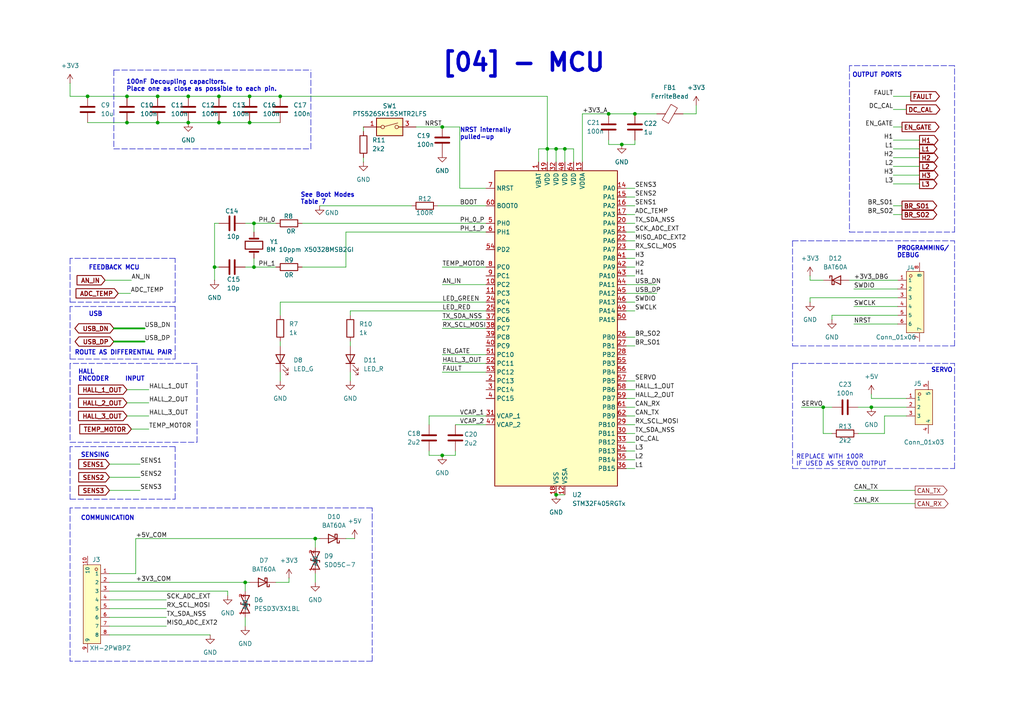
<source format=kicad_sch>
(kicad_sch (version 20250114) (generator "eeschema") (generator_version "9.0")
  (paper "A4")
  (lib_symbols
    (symbol "DF_ESC_rev01_1:Conn_01x08_2mnt"
      (property "Reference" "J" (at 5.08 -0.762 0))
      (property "Value" "Conn_01x08_2mnt" (at 12.954 -2.794 0))
      (symbol "Conn_01x08_2mnt_0_1"
        (pin unspecified line (at -3.81 1.27 0) (length 2.54) (name "1") (number "1"))
        (pin unspecified line (at -3.81 -1.27 0) (length 2.54) (name "2") (number "2"))
        (pin unspecified line (at -3.81 -3.81 0) (length 2.54) (name "3") (number "3"))
        (pin unspecified line (at -3.81 -6.35 0) (length 2.54) (name "4") (number "4"))
        (pin unspecified line (at -3.81 -8.89 0) (length 2.54) (name "5") (number "5"))
        (pin unspecified line (at -3.81 -11.43 0) (length 2.54) (name "6") (number "6"))
        (pin unspecified line (at -3.81 -13.97 0) (length 2.54) (name "7") (number "7"))
        (pin unspecified line (at -3.81 -16.51 0) (length 2.54) (name "8") (number "8"))
        (pin unspecified line (at 2.54 6.35 270) (length 2.54) (name "10") (number "10"))
        (pin unspecified line (at 2.54 -21.59 90) (length 2.54) (name "9") (number "9"))
      )
    )
    (symbol "DF_ESC_rev01_1:PESD3V3X1BL,315"
      (property "Reference" "D" (at 0 3.556 0))
      (property "Value" "PESD3V3X1BL" (at 0 -3.048 0))
      (symbol "PESD3V3X1BL,315_1_1"
        (pin passive line (at -3.81 0 0) (length 2.54) (name "A1") (number "1"))
        (pin passive line (at 3.81 0 180) (length 2.54) (name "A2") (number "2"))
      )
    )
    (symbol "DF_ESC_rev01_1:SD05D-7"
      (property "Reference" "D" (at 0 2.794 0))
      (property "Value" "SD05C-7" (at 0 -2.54 0))
      (symbol "SD05D-7_1_1"
        (pin passive line (at -3.81 0 0) (length 2.54) (name "A1") (number "1"))
        (pin passive line (at 3.81 0 180) (length 2.54) (name "A2") (number "2"))
      )
    )
    (symbol "Device:C" (pin_numbers (hide yes)) (pin_names (offset 0.254))
      (property "Reference" "C" (at 0.635 2.54 0))
      (property "Value" "C" (at 0.635 -2.54 0))
      (symbol "C_1_1"
        (pin passive line (at 0 3.81 270) (length 2.794) (name "~") (number "1"))
        (pin passive line (at 0 -3.81 90) (length 2.794) (name "~") (number "2"))
      )
    )
    (symbol "Device:Crystal" (pin_numbers (hide yes)) (pin_names (offset 1.016) (hide yes))
      (property "Reference" "Y" (at 0 3.81 0))
      (property "Value" "Crystal" (at 0 -3.81 0))
      (symbol "Crystal_1_1"
        (pin passive line (at -3.81 0 0) (length 1.27) (name "1") (number "1"))
        (pin passive line (at 3.81 0 180) (length 1.27) (name "2") (number "2"))
      )
    )
    (symbol "Device:FerriteBead" (pin_numbers (hide yes)) (pin_names (offset 0))
      (property "Reference" "FB" (at -3.81 0.635 90))
      (property "Value" "FerriteBead" (at 3.81 0 90))
      (symbol "FerriteBead_1_1"
        (pin passive line (at 0 3.81 270) (length 2.54) (name "~") (number "1"))
        (pin passive line (at 0 -3.81 90) (length 2.54) (name "~") (number "2"))
      )
    )
    (symbol "Device:LED" (pin_numbers (hide yes)) (pin_names (offset 1.016) (hide yes))
      (property "Reference" "D" (at 0 2.54 0))
      (property "Value" "LED" (at 0 -2.54 0))
      (symbol "LED_1_1"
        (pin passive line (at -3.81 0 0) (length 2.54) (name "K") (number "1"))
        (pin passive line (at 3.81 0 180) (length 2.54) (name "A") (number "2"))
      )
    )
    (symbol "Device:R" (pin_numbers (hide yes)) (pin_names (offset 0))
      (property "Reference" "R" (at 2.032 0 90))
      (property "Value" "R" (at 0 0 90))
      (symbol "R_1_1"
        (pin passive line (at 0 3.81 270) (length 1.27) (name "~") (number "1"))
        (pin passive line (at 0 -3.81 90) (length 1.27) (name "~") (number "2"))
      )
    )
    (symbol "Diode:BAT60A" (pin_numbers (hide yes)) (pin_names (offset 1.016) (hide yes))
      (property "Reference" "D" (at 0 2.54 0))
      (property "Value" "BAT60A" (at 0 -2.54 0))
      (symbol "BAT60A_1_1"
        (pin passive line (at -3.81 0 0) (length 2.54) (name "K") (number "1"))
        (pin passive line (at 3.81 0 180) (length 2.54) (name "A") (number "2"))
      )
    )
    (symbol "MCU_ST_STM32F4:STM32F405RGTx"
      (property "Reference" "U" (at -17.78 46.99 0))
      (property "Value" "STM32F405RGTx" (at 10.16 46.99 0))
      (symbol "STM32F405RGTx_1_1"
        (pin input line (at -20.32 40.64 0) (length 2.54) (name "NRST") (number "7"))
        (pin input line (at -20.32 35.56 0) (length 2.54) (name "BOOT0") (number "60"))
        (pin bidirectional line (at -20.32 30.48 0) (length 2.54) (name "PH0") (number "5"))
        (pin bidirectional line (at -20.32 27.94 0) (length 2.54) (name "PH1") (number "6"))
        (pin bidirectional line (at -20.32 22.86 0) (length 2.54) (name "PD2") (number "54"))
        (pin bidirectional line (at -20.32 17.78 0) (length 2.54) (name "PC0") (number "8"))
        (pin bidirectional line (at -20.32 15.24 0) (length 2.54) (name "PC1") (number "9"))
        (pin bidirectional line (at -20.32 12.7 0) (length 2.54) (name "PC2") (number "10"))
        (pin bidirectional line (at -20.32 10.16 0) (length 2.54) (name "PC3") (number "11"))
        (pin bidirectional line (at -20.32 7.62 0) (length 2.54) (name "PC4") (number "24"))
        (pin bidirectional line (at -20.32 5.08 0) (length 2.54) (name "PC5") (number "25"))
        (pin bidirectional line (at -20.32 2.54 0) (length 2.54) (name "PC6") (number "37"))
        (pin bidirectional line (at -20.32 0 0) (length 2.54) (name "PC7") (number "38"))
        (pin bidirectional line (at -20.32 -2.54 0) (length 2.54) (name "PC8") (number "39"))
        (pin bidirectional line (at -20.32 -5.08 0) (length 2.54) (name "PC9") (number "40"))
        (pin bidirectional line (at -20.32 -7.62 0) (length 2.54) (name "PC10") (number "51"))
        (pin bidirectional line (at -20.32 -10.16 0) (length 2.54) (name "PC11") (number "52"))
        (pin bidirectional line (at -20.32 -12.7 0) (length 2.54) (name "PC12") (number "53"))
        (pin bidirectional line (at -20.32 -15.24 0) (length 2.54) (name "PC13") (number "2"))
        (pin bidirectional line (at -20.32 -17.78 0) (length 2.54) (name "PC14") (number "3"))
        (pin bidirectional line (at -20.32 -20.32 0) (length 2.54) (name "PC15") (number "4"))
        (pin power_out line (at -20.32 -25.4 0) (length 2.54) (name "VCAP_1") (number "31"))
        (pin power_out line (at -20.32 -27.94 0) (length 2.54) (name "VCAP_2") (number "47"))
        (pin power_in line (at -5.08 48.26 270) (length 2.54) (name "VBAT") (number "1"))
        (pin power_in line (at -2.54 48.26 270) (length 2.54) (name "VDD") (number "19"))
        (pin power_in line (at 0 48.26 270) (length 2.54) (name "VDD") (number "32"))
        (pin power_in line (at 0 -48.26 90) (length 2.54) (name "VSS") (number "18"))
        (pin passive line (at 0 -48.26 90) (length 2.54) (hide yes) (name "VSS") (number "63"))
        (pin power_in line (at 2.54 48.26 270) (length 2.54) (name "VDD") (number "48"))
        (pin power_in line (at 2.54 -48.26 90) (length 2.54) (name "VSSA") (number "12"))
        (pin power_in line (at 5.08 48.26 270) (length 2.54) (name "VDD") (number "64"))
        (pin power_in line (at 7.62 48.26 270) (length 2.54) (name "VDDA") (number "13"))
        (pin bidirectional line (at 20.32 40.64 180) (length 2.54) (name "PA0") (number "14"))
        (pin bidirectional line (at 20.32 38.1 180) (length 2.54) (name "PA1") (number "15"))
        (pin bidirectional line (at 20.32 35.56 180) (length 2.54) (name "PA2") (number "16"))
        (pin bidirectional line (at 20.32 33.02 180) (length 2.54) (name "PA3") (number "17"))
        (pin bidirectional line (at 20.32 30.48 180) (length 2.54) (name "PA4") (number "20"))
        (pin bidirectional line (at 20.32 27.94 180) (length 2.54) (name "PA5") (number "21"))
        (pin bidirectional line (at 20.32 25.4 180) (length 2.54) (name "PA6") (number "22"))
        (pin bidirectional line (at 20.32 22.86 180) (length 2.54) (name "PA7") (number "23"))
        (pin bidirectional line (at 20.32 20.32 180) (length 2.54) (name "PA8") (number "41"))
        (pin bidirectional line (at 20.32 17.78 180) (length 2.54) (name "PA9") (number "42"))
        (pin bidirectional line (at 20.32 15.24 180) (length 2.54) (name "PA10") (number "43"))
        (pin bidirectional line (at 20.32 12.7 180) (length 2.54) (name "PA11") (number "44"))
        (pin bidirectional line (at 20.32 10.16 180) (length 2.54) (name "PA12") (number "45"))
        (pin bidirectional line (at 20.32 7.62 180) (length 2.54) (name "PA13") (number "46"))
        (pin bidirectional line (at 20.32 5.08 180) (length 2.54) (name "PA14") (number "49"))
        (pin bidirectional line (at 20.32 2.54 180) (length 2.54) (name "PA15") (number "50"))
        (pin bidirectional line (at 20.32 -2.54 180) (length 2.54) (name "PB0") (number "26"))
        (pin bidirectional line (at 20.32 -5.08 180) (length 2.54) (name "PB1") (number "27"))
        (pin bidirectional line (at 20.32 -7.62 180) (length 2.54) (name "PB2") (number "28"))
        (pin bidirectional line (at 20.32 -10.16 180) (length 2.54) (name "PB3") (number "55"))
        (pin bidirectional line (at 20.32 -12.7 180) (length 2.54) (name "PB4") (number "56"))
        (pin bidirectional line (at 20.32 -15.24 180) (length 2.54) (name "PB5") (number "57"))
        (pin bidirectional line (at 20.32 -17.78 180) (length 2.54) (name "PB6") (number "58"))
        (pin bidirectional line (at 20.32 -20.32 180) (length 2.54) (name "PB7") (number "59"))
        (pin bidirectional line (at 20.32 -22.86 180) (length 2.54) (name "PB8") (number "61"))
        (pin bidirectional line (at 20.32 -25.4 180) (length 2.54) (name "PB9") (number "62"))
        (pin bidirectional line (at 20.32 -27.94 180) (length 2.54) (name "PB10") (number "29"))
        (pin bidirectional line (at 20.32 -30.48 180) (length 2.54) (name "PB11") (number "30"))
        (pin bidirectional line (at 20.32 -33.02 180) (length 2.54) (name "PB12") (number "33"))
        (pin bidirectional line (at 20.32 -35.56 180) (length 2.54) (name "PB13") (number "34"))
        (pin bidirectional line (at 20.32 -38.1 180) (length 2.54) (name "PB14") (number "35"))
        (pin bidirectional line (at 20.32 -40.64 180) (length 2.54) (name "PB15") (number "36"))
      )
    )
    (symbol "PUSB3AB6Z:Conn_01x03_2mnt"
      (property "Reference" "J" (at 5.08 -0.762 0))
      (property "Value" "Conn_01x03_2mnt" (at 12.954 -2.794 0))
      (symbol "Conn_01x03_2mnt_0_1"
        (pin unspecified line (at -3.81 1.27 0) (length 2.54) (name "1") (number "1"))
        (pin unspecified line (at -3.81 -1.27 0) (length 2.54) (name "2") (number "2"))
        (pin unspecified line (at -3.81 -3.81 0) (length 2.54) (name "3") (number "3"))
        (pin unspecified line (at 2.54 6.35 270) (length 2.54) (name "5") (number "5"))
        (pin unspecified line (at 2.54 -8.89 90) (length 2.54) (name "4") (number "4"))
      )
    )
    (symbol "PUSB3AB6Z:SW_DIP_x01_4pin" (pin_names (offset 0) (hide yes))
      (property "Reference" "SW" (at 0 3.81 0))
      (property "Value" "SW_DIP_x01_4pin" (at 0 -3.81 0))
      (symbol "SW_DIP_x01_4pin_1_1"
        (pin passive line (at -7.62 0 0) (length 5.08) (name "~") (number "1"))
        (pin passive line (at -7.62 0 0) (length 5.08) (hide yes) (name "~") (number "2"))
        (pin passive line (at 7.62 0 180) (length 5.08) (name "~") (number "3"))
        (pin passive line (at 7.62 0 180) (length 5.08) (hide yes) (name "~") (number "4"))
      )
    )
    (symbol "XH-2PWBPZ:Conn_01x06_2mnt"
      (property "Reference" "U" (at 5.08 -0.762 0))
      (property "Value" "Conn_01x04_2mnt" (at 12.954 -2.794 0))
      (symbol "Conn_01x06_2mnt_0_1"
        (pin unspecified line (at -3.81 1.27 0) (length 2.54) (name "1") (number "1"))
        (pin unspecified line (at -3.81 -1.27 0) (length 2.54) (name "2") (number "2"))
        (pin unspecified line (at -3.81 -3.81 0) (length 2.54) (name "3") (number "3"))
        (pin unspecified line (at -3.81 -6.35 0) (length 2.54) (name "4") (number "4"))
        (pin unspecified line (at -3.81 -8.89 0) (length 2.54) (name "5") (number "5"))
        (pin unspecified line (at -3.81 -11.43 0) (length 2.54) (name "6") (number "6"))
        (pin unspecified line (at 2.54 6.35 270) (length 2.54) (name "8") (number "8"))
        (pin unspecified line (at 2.54 -16.51 90) (length 2.54) (name "7") (number "7"))
      )
    )
    (symbol "power:+3V3" (power) (pin_numbers (hide yes)) (pin_names (offset 0) (hide yes))
      (property "Value" "+3V3" (at 0 3.556 0))
      (symbol "+3V3_1_1"
        (pin power_in line (at 0 0 90) (length 0) (name "~") (number "1"))
      )
    )
    (symbol "power:+5V" (power) (pin_numbers (hide yes)) (pin_names (offset 0) (hide yes))
      (property "Value" "+5V" (at 0 3.556 0))
      (symbol "+5V_1_1"
        (pin power_in line (at 0 0 90) (length 0) (name "~") (number "1"))
      )
    )
    (symbol "power:GND" (power) (pin_numbers (hide yes)) (pin_names (offset 0) (hide yes))
      (property "Value" "GND" (at 0 -3.81 0))
      (symbol "GND_1_1"
        (pin power_in line (at 0 0 270) (length 0) (name "~") (number "1"))
      )
    )
  )
  (text "OUTPUT PORTS" (at 247.142 21.844 0) (effects (font (size 1.27 1.27) (thickness 0.254) (bold yes)) (justify left)))
  (text "100nF Decoupling capacitors.\nPlace one as close as possible to each pin." (at 36.576 24.892 0) (effects (font (size 1.27 1.27) (thickness 0.254) (bold yes)) (justify left)))
  (text "NRST internally\npulled-up" (at 133.35 38.862 0) (effects (font (size 1.27 1.27) (thickness 0.254) (bold yes)) (justify left)))
  (text "REPLACE WITH 100R\nIF USED AS SERVO OUTPUT" (at 230.886 133.604 0) (effects (font (size 1.27 1.27) (thickness 0.1588)) (justify left)))
  (text "[04] - MCU" (at 151.892 18.288 0) (effects (font (size 5.08 5.08) (thickness 1.016) (bold yes))))
  (text "SERVO" (at 270.002 107.442 0) (effects (font (size 1.27 1.27) (thickness 0.254) (bold yes)) (justify left)))
  (text "See Boot Modes\nTable 7" (at 87.122 57.658 0) (effects (font (size 1.27 1.27) (thickness 0.254) (bold yes)) (justify left)))
  (text "USB" (at 25.654 91.186 0) (effects (font (size 1.27 1.27) (thickness 0.254) (bold yes)) (justify left)))
  (text "COMMUNICATION" (at 23.368 150.368 0) (effects (font (size 1.27 1.27) (thickness 0.254) (bold yes)) (justify left)))
  (text "SENSING" (at 23.368 132.08 0) (effects (font (size 1.27 1.27) (thickness 0.254) (bold yes)) (justify left)))
  (text "FEEDBACK MCU" (at 25.654 77.724 0) (effects (font (size 1.27 1.27) (thickness 0.254) (bold yes)) (justify left)))
  (text "HALL\nENCODER     INPUT\n\n" (at 22.606 109.982 0) (effects (font (size 1.27 1.27) (thickness 0.254) (bold yes)) (justify left)))
  (text "PROGRAMMING/\nDEBUG" (at 260.096 73.152 0) (effects (font (size 1.27 1.27) (thickness 0.254) (bold yes)) (justify left)))
  (text "ROUTE AS DIFFERENTIAL PAIR" (at 21.59 102.362 0) (effects (font (size 1.27 1.27) (thickness 0.254) (bold yes)) (justify left)))
  (junction (at 176.53 33.02))
  (junction (at 63.5 35.56))
  (junction (at 45.72 35.56))
  (junction (at 72.39 27.94))
  (junction (at 72.39 35.56))
  (junction (at 73.66 64.77))
  (junction (at 81.28 27.94))
  (junction (at 91.44 156.21))
  (junction (at 73.66 77.47))
  (junction (at 163.83 43.18))
  (junction (at 180.34 41.91))
  (junction (at 63.5 27.94))
  (junction (at 25.4 27.94))
  (junction (at 54.61 27.94))
  (junction (at 161.29 43.18))
  (junction (at 45.72 27.94))
  (junction (at 161.29 143.51))
  (junction (at 71.12 168.91))
  (junction (at 36.83 27.94))
  (junction (at 184.15 33.02))
  (junction (at 238.76 118.11))
  (junction (at 128.27 132.08))
  (junction (at 252.73 118.11))
  (junction (at 158.75 43.18))
  (junction (at 54.61 35.56))
  (junction (at 128.27 36.83))
  (junction (at 62.23 77.47))
  (junction (at 36.83 35.56))
  (wire (pts (xy 158.75 27.94) (xy 158.75 43.18)))
  (wire (pts (xy 25.4 35.56) (xy 36.83 35.56)))
  (polyline (pts (xy 229.87 135.89) (xy 276.86 135.89)) (stroke (width 0) (type dash)))
  (wire (pts (xy 140.97 67.31) (xy 100.33 67.31)))
  (wire (pts (xy 184.15 41.91) (xy 180.34 41.91)))
  (wire (pts (xy 266.7 45.72) (xy 259.08 45.72)))
  (wire (pts (xy 247.65 146.05) (xy 265.43 146.05)))
  (polyline (pts (xy 20.32 128.27) (xy 57.15 128.27)) (stroke (width 0) (type dash)))
  (wire (pts (xy 128.27 105.41) (xy 140.97 105.41)))
  (wire (pts (xy 39.37 156.21) (xy 91.44 156.21)))
  (wire (pts (xy 266.7 53.34) (xy 259.08 53.34)))
  (wire (pts (xy 184.15 130.81) (xy 181.61 130.81)))
  (wire (pts (xy 62.23 64.77) (xy 62.23 77.47)))
  (wire (pts (xy 71.12 64.77) (xy 73.66 64.77)))
  (wire (pts (xy 62.23 77.47) (xy 63.5 77.47)))
  (polyline (pts (xy 229.87 69.85) (xy 229.87 100.33)) (stroke (width 0) (type dash)))
  (polyline (pts (xy 20.32 104.14) (xy 50.8 104.14)) (stroke (width 0) (type dash)))
  (wire (pts (xy 248.92 118.11) (xy 252.73 118.11)))
  (wire (pts (xy 20.32 24.13) (xy 20.32 27.94)))
  (polyline (pts (xy 90.17 43.18) (xy 90.17 20.32)) (stroke (width 0) (type dash)))
  (wire (pts (xy 31.75 179.07) (xy 48.26 179.07)))
  (wire (pts (xy 31.75 184.15) (xy 60.96 184.15)))
  (wire (pts (xy 39.37 166.37) (xy 31.75 166.37)))
  (wire (pts (xy 128.27 77.47) (xy 140.97 77.47)))
  (polyline (pts (xy 50.8 129.54) (xy 20.32 129.54)) (stroke (width 0) (type dash)))
  (wire (pts (xy 73.66 77.47) (xy 80.01 77.47)))
  (wire (pts (xy 36.83 35.56) (xy 45.72 35.56)))
  (wire (pts (xy 176.53 33.02) (xy 184.15 33.02)))
  (wire (pts (xy 256.54 125.73) (xy 256.54 120.65)))
  (wire (pts (xy 81.28 107.95) (xy 81.28 110.49)))
  (wire (pts (xy 241.3 92.71) (xy 241.3 91.44)))
  (wire (pts (xy 105.41 36.83) (xy 105.41 38.1)))
  (wire (pts (xy 246.38 81.28) (xy 260.35 81.28)))
  (polyline (pts (xy 57.15 128.27) (xy 57.15 105.41)) (stroke (width 0) (type dash)))
  (wire (pts (xy 181.61 82.55) (xy 190.5 82.55)))
  (wire (pts (xy 158.75 43.18) (xy 161.29 43.18)))
  (wire (pts (xy 71.12 168.91) (xy 72.39 168.91)))
  (wire (pts (xy 37.8874 85.09) (xy 34.29 85.09)))
  (wire (pts (xy 184.15 123.19) (xy 181.61 123.19)))
  (wire (pts (xy 101.6 99.06) (xy 101.6 100.33)))
  (wire (pts (xy 128.27 36.83) (xy 133.35 36.83)))
  (wire (pts (xy 256.54 120.65) (xy 262.89 120.65)))
  (wire (pts (xy 184.15 54.61) (xy 181.61 54.61)))
  (wire (pts (xy 73.66 64.77) (xy 80.01 64.77)))
  (wire (pts (xy 39.37 156.21) (xy 39.37 166.37)))
  (polyline (pts (xy 276.86 67.31) (xy 276.86 19.05)) (stroke (width 0) (type dash)))
  (polyline (pts (xy 33.02 20.32) (xy 33.02 43.18)) (stroke (width 0) (type dash)))
  (wire (pts (xy 71.12 179.07) (xy 71.12 181.61)))
  (wire (pts (xy 54.61 35.56) (xy 63.5 35.56)))
  (wire (pts (xy 45.72 27.94) (xy 54.61 27.94)))
  (wire (pts (xy 176.53 41.91) (xy 180.34 41.91)))
  (wire (pts (xy 161.29 43.18) (xy 161.29 46.99)))
  (wire (pts (xy 261.62 62.23) (xy 259.08 62.23)))
  (polyline (pts (xy 50.8 104.14) (xy 50.8 88.9)) (stroke (width 0) (type dash)))
  (wire (pts (xy 128.27 95.25) (xy 140.97 95.25)))
  (polyline (pts (xy 50.8 144.78) (xy 50.8 129.54)) (stroke (width 0) (type dash)))
  (wire (pts (xy 43.18 120.65) (xy 36.83 120.65)))
  (wire (pts (xy 33.02 99.06) (xy 41.91 99.06)) (stroke (width 0.5)))
  (wire (pts (xy 62.23 77.47) (xy 62.23 81.28)))
  (wire (pts (xy 91.44 156.21) (xy 92.71 156.21)))
  (wire (pts (xy 184.15 128.27) (xy 181.61 128.27)))
  (wire (pts (xy 48.26 181.61) (xy 31.75 181.61)))
  (wire (pts (xy 43.18 124.46) (xy 38.1 124.46)))
  (wire (pts (xy 241.3 91.44) (xy 260.35 91.44)))
  (polyline (pts (xy 20.32 129.54) (xy 20.32 144.78)) (stroke (width 0) (type dash)))
  (wire (pts (xy 248.92 125.73) (xy 256.54 125.73)))
  (wire (pts (xy 43.18 113.03) (xy 36.83 113.03)))
  (polyline (pts (xy 20.32 144.78) (xy 50.8 144.78)) (stroke (width 0) (type dash)))
  (wire (pts (xy 128.27 107.95) (xy 140.97 107.95)))
  (wire (pts (xy 184.15 118.11) (xy 181.61 118.11)))
  (wire (pts (xy 81.28 27.94) (xy 158.75 27.94)))
  (wire (pts (xy 71.12 168.91) (xy 71.12 171.45)))
  (wire (pts (xy 184.15 90.17) (xy 181.61 90.17)))
  (wire (pts (xy 54.61 27.94) (xy 63.5 27.94)))
  (wire (pts (xy 238.76 118.11) (xy 241.3 118.11)))
  (wire (pts (xy 161.29 43.18) (xy 163.83 43.18)))
  (wire (pts (xy 176.53 40.64) (xy 176.53 41.91)))
  (wire (pts (xy 198.12 33.02) (xy 201.93 33.02)))
  (wire (pts (xy 184.15 135.89) (xy 181.61 135.89)))
  (wire (pts (xy 25.4 27.94) (xy 36.83 27.94)))
  (wire (pts (xy 101.6 107.95) (xy 101.6 110.49)))
  (wire (pts (xy 100.33 156.21) (xy 102.87 156.21)))
  (wire (pts (xy 92.71 59.69) (xy 119.38 59.69)))
  (wire (pts (xy 43.18 116.84) (xy 36.83 116.84)))
  (wire (pts (xy 62.23 64.77) (xy 63.5 64.77)))
  (wire (pts (xy 133.35 36.83) (xy 133.35 54.61)))
  (wire (pts (xy 201.93 30.48) (xy 201.93 33.02)))
  (wire (pts (xy 234.95 80.01) (xy 234.95 81.28)))
  (wire (pts (xy 184.15 97.79) (xy 181.61 97.79)))
  (wire (pts (xy 63.5 35.56) (xy 72.39 35.56)))
  (wire (pts (xy 252.73 114.3) (xy 252.73 115.57)))
  (wire (pts (xy 124.46 120.65) (xy 140.97 120.65)))
  (wire (pts (xy 132.08 130.81) (xy 132.08 132.08)))
  (polyline (pts (xy 33.02 20.32) (xy 90.17 20.32)) (stroke (width 0) (type dash)))
  (polyline (pts (xy 50.8 87.63) (xy 50.8 74.93)) (stroke (width 0) (type dash)))
  (wire (pts (xy 184.15 80.01) (xy 181.61 80.01)))
  (polyline (pts (xy 276.86 19.05) (xy 246.38 19.05)) (stroke (width 0) (type dash)))
  (wire (pts (xy 48.26 173.99) (xy 31.75 173.99)))
  (polyline (pts (xy 50.8 74.93) (xy 20.32 74.93)) (stroke (width 0) (type dash)))
  (wire (pts (xy 234.95 86.36) (xy 260.35 86.36)))
  (wire (pts (xy 247.65 83.82) (xy 260.35 83.82)))
  (wire (pts (xy 80.01 168.91) (xy 83.82 168.91)))
  (polyline (pts (xy 20.32 88.9) (xy 20.32 104.14)) (stroke (width 0) (type dash)))
  (polyline (pts (xy 107.95 191.77) (xy 20.32 191.77)) (stroke (width 0) (type dash)))
  (wire (pts (xy 31.75 171.45) (xy 66.04 171.45)))
  (wire (pts (xy 87.63 64.77) (xy 140.97 64.77)))
  (wire (pts (xy 184.15 64.77) (xy 181.61 64.77)))
  (polyline (pts (xy 33.02 43.18) (xy 90.17 43.18)) (stroke (width 0) (type dash)))
  (wire (pts (xy 266.7 43.18) (xy 259.08 43.18)))
  (wire (pts (xy 247.65 142.24) (xy 265.43 142.24)))
  (wire (pts (xy 31.75 134.62) (xy 40.64 134.62)))
  (wire (pts (xy 163.83 43.18) (xy 166.37 43.18)))
  (polyline (pts (xy 57.15 105.41) (xy 20.32 105.41)) (stroke (width 0) (type dash)))
  (wire (pts (xy 184.15 67.31) (xy 181.61 67.31)))
  (wire (pts (xy 168.91 33.02) (xy 176.53 33.02)))
  (wire (pts (xy 156.21 43.18) (xy 158.75 43.18)))
  (wire (pts (xy 120.65 36.83) (xy 128.27 36.83)))
  (wire (pts (xy 184.15 72.39) (xy 181.61 72.39)))
  (polyline (pts (xy 229.87 105.41) (xy 229.87 135.89)) (stroke (width 0) (type dash)))
  (wire (pts (xy 184.15 115.57) (xy 181.61 115.57)))
  (wire (pts (xy 184.15 57.15) (xy 181.61 57.15)))
  (wire (pts (xy 128.27 102.87) (xy 140.97 102.87)))
  (wire (pts (xy 168.91 33.02) (xy 168.91 46.99)))
  (wire (pts (xy 184.15 40.64) (xy 184.15 41.91)))
  (wire (pts (xy 184.15 133.35) (xy 181.61 133.35)))
  (wire (pts (xy 252.73 118.11) (xy 262.89 118.11)))
  (polyline (pts (xy 276.86 100.33) (xy 276.86 69.85)) (stroke (width 0) (type dash)))
  (wire (pts (xy 105.41 45.72) (xy 105.41 46.99)))
  (wire (pts (xy 184.15 59.69) (xy 181.61 59.69)))
  (wire (pts (xy 124.46 123.19) (xy 124.46 120.65)))
  (wire (pts (xy 133.35 54.61) (xy 140.97 54.61)))
  (wire (pts (xy 184.15 69.85) (xy 181.61 69.85)))
  (polyline (pts (xy 20.32 147.32) (xy 20.32 191.77)) (stroke (width 0) (type dash)))
  (wire (pts (xy 266.7 48.26) (xy 259.08 48.26)))
  (wire (pts (xy 31.75 142.24) (xy 40.64 142.24)))
  (wire (pts (xy 73.66 74.93) (xy 73.66 77.47)))
  (wire (pts (xy 31.75 168.91) (xy 71.12 168.91)))
  (wire (pts (xy 184.15 33.02) (xy 190.5 33.02)))
  (wire (pts (xy 184.15 110.49) (xy 181.61 110.49)))
  (wire (pts (xy 36.83 27.94) (xy 45.72 27.94)))
  (wire (pts (xy 161.29 143.51) (xy 163.83 143.51)))
  (wire (pts (xy 128.27 82.55) (xy 140.97 82.55)))
  (wire (pts (xy 132.08 132.08) (xy 128.27 132.08)))
  (polyline (pts (xy 246.38 19.05) (xy 246.38 67.31)) (stroke (width 0) (type dash)))
  (wire (pts (xy 262.89 31.75) (xy 259.08 31.75)))
  (wire (pts (xy 158.75 43.18) (xy 158.75 46.99)))
  (wire (pts (xy 45.72 35.56) (xy 54.61 35.56)))
  (wire (pts (xy 100.33 67.31) (xy 100.33 77.47)))
  (wire (pts (xy 72.39 27.94) (xy 81.28 27.94)))
  (wire (pts (xy 72.39 35.56) (xy 81.28 35.56)))
  (wire (pts (xy 184.15 87.63) (xy 181.61 87.63)))
  (wire (pts (xy 31.75 138.43) (xy 40.64 138.43)))
  (wire (pts (xy 184.15 113.03) (xy 181.61 113.03)))
  (wire (pts (xy 261.62 59.69) (xy 259.08 59.69)))
  (wire (pts (xy 238.76 125.73) (xy 238.76 118.11)))
  (wire (pts (xy 81.28 87.63) (xy 140.97 87.63)))
  (wire (pts (xy 234.95 81.28) (xy 238.76 81.28)))
  (wire (pts (xy 247.65 93.98) (xy 260.35 93.98)))
  (wire (pts (xy 71.12 77.47) (xy 73.66 77.47)))
  (wire (pts (xy 101.6 91.44) (xy 101.6 90.17)))
  (wire (pts (xy 261.62 36.83) (xy 259.08 36.83)))
  (polyline (pts (xy 20.32 87.63) (xy 50.8 87.63)) (stroke (width 0) (type dash)))
  (wire (pts (xy 184.15 62.23) (xy 181.61 62.23)))
  (wire (pts (xy 83.82 168.91) (xy 83.82 167.64)))
  (wire (pts (xy 241.3 125.73) (xy 238.76 125.73)))
  (wire (pts (xy 100.33 77.47) (xy 87.63 77.47)))
  (wire (pts (xy 184.15 120.65) (xy 181.61 120.65)))
  (wire (pts (xy 20.32 27.94) (xy 25.4 27.94)))
  (wire (pts (xy 33.02 95.25) (xy 41.91 95.25)) (stroke (width 0.5)))
  (wire (pts (xy 184.15 125.73) (xy 181.61 125.73)))
  (wire (pts (xy 63.5 27.94) (xy 72.39 27.94)))
  (wire (pts (xy 156.21 46.99) (xy 156.21 43.18)))
  (wire (pts (xy 132.08 123.19) (xy 140.97 123.19)))
  (wire (pts (xy 232.41 118.11) (xy 238.76 118.11)))
  (wire (pts (xy 128.27 92.71) (xy 140.97 92.71)))
  (wire (pts (xy 181.61 85.09) (xy 190.5 85.09)))
  (wire (pts (xy 124.46 132.08) (xy 128.27 132.08)))
  (polyline (pts (xy 107.95 147.32) (xy 20.32 147.32)) (stroke (width 0) (type dash)))
  (polyline (pts (xy 50.8 88.9) (xy 20.32 88.9)) (stroke (width 0) (type dash)))
  (wire (pts (xy 124.46 130.81) (xy 124.46 132.08)))
  (wire (pts (xy 184.15 100.33) (xy 181.61 100.33)))
  (polyline (pts (xy 20.32 74.93) (xy 20.32 87.63)) (stroke (width 0) (type dash)))
  (wire (pts (xy 66.04 171.45) (xy 66.04 172.72)))
  (wire (pts (xy 163.83 43.18) (xy 163.83 46.99)))
  (polyline (pts (xy 229.87 100.33) (xy 276.86 100.33)) (stroke (width 0) (type dash)))
  (wire (pts (xy 127 59.69) (xy 140.97 59.69)))
  (wire (pts (xy 184.15 77.47) (xy 181.61 77.47)))
  (wire (pts (xy 91.44 156.21) (xy 91.44 158.75)))
  (polyline (pts (xy 246.38 67.31) (xy 276.86 67.31)) (stroke (width 0) (type dash)))
  (wire (pts (xy 184.15 74.93) (xy 181.61 74.93)))
  (wire (pts (xy 234.95 87.63) (xy 234.95 86.36)))
  (wire (pts (xy 266.7 50.8) (xy 259.08 50.8)))
  (wire (pts (xy 166.37 43.18) (xy 166.37 46.99)))
  (wire (pts (xy 252.73 115.57) (xy 262.89 115.57)))
  (wire (pts (xy 81.28 87.63) (xy 81.28 91.44)))
  (wire (pts (xy 31.75 176.53) (xy 48.26 176.53)))
  (wire (pts (xy 101.6 90.17) (xy 140.97 90.17)))
  (polyline (pts (xy 229.87 105.41) (xy 276.86 105.41)) (stroke (width 0) (type dash)))
  (wire (pts (xy 81.28 99.06) (xy 81.28 100.33)))
  (wire (pts (xy 247.65 88.9) (xy 260.35 88.9)))
  (polyline (pts (xy 107.95 191.77) (xy 107.95 147.32)) (stroke (width 0) (type dash)))
  (wire (pts (xy 266.7 40.64) (xy 259.08 40.64)))
  (polyline (pts (xy 20.32 105.41) (xy 20.32 128.27)) (stroke (width 0) (type dash)))
  (wire (pts (xy 264.16 27.94) (xy 259.08 27.94)))
  (polyline (pts (xy 229.87 69.85) (xy 276.86 69.85)) (stroke (width 0) (type dash)))
  (wire (pts (xy 91.44 166.37) (xy 91.44 168.91)))
  (polyline (pts (xy 276.86 135.89) (xy 276.86 105.41)) (stroke (width 0) (type dash)))
  (wire (pts (xy 73.66 67.31) (xy 73.66 64.77)))
  (wire (pts (xy 38.1 81.28) (xy 30.48 81.28)))
  (label "SCK_ADC_EXT" (at 184.15 67.31 0) (effects (font (thickness 0.1588))))
  (label "MISO_ADC_EXT2" (at 48.26 181.61 0) (effects (font (thickness 0.1588))))
  (label "H1" (at 184.15 80.01 0) (effects (font (thickness 0.1588))))
  (label "USB_DN" (at 41.91 95.25 0))
  (label "RX_SCL_MOSI" (at 128.27 95.25 0) (effects (font (thickness 0.1588))))
  (label "+3V3_COM" (at 39.37 168.91 0) (effects (font (thickness 0.1588))))
  (label "NRST" (at 247.65 93.98 0) (effects (font (thickness 0.1588))))
  (label "AN_IN" (at 38.1 81.28 0) (effects (font (thickness 0.1588))))
  (label "MISO_ADC_EXT2" (at 184.15 69.85 0) (effects (font (thickness 0.1588))))
  (label "TX_SDA_NSS" (at 184.15 64.77 0) (effects (font (thickness 0.1588))))
  (label "TX_SDA_NSS" (at 128.27 92.71 0) (effects (font (thickness 0.1588))))
  (label "USB_DP" (at 184.15 85.09 0) (effects (font (thickness 0.1588))))
  (label "PH_0_P" (at 133.35 64.77 0) (effects (font (thickness 0.1588))))
  (label "L3" (at 259.08 53.34 180) (effects (font (thickness 0.1588))))
  (label "+5V_COM" (at 39.37 156.21 0) (effects (font (thickness 0.1588))))
  (label "HALL_2_OUT" (at 43.18 116.84 0) (effects (font (thickness 0.1588))))
  (label "HALL_2_OUT" (at 184.15 115.57 0) (effects (font (thickness 0.1588))))
  (label "ADC_TEMP" (at 184.15 62.23 0) (effects (font (thickness 0.1588))))
  (label "CAN_TX" (at 184.15 120.65 0) (effects (font (thickness 0.1588))))
  (label "H3" (at 259.08 50.8 180) (effects (font (thickness 0.1588))))
  (label "+3V3_DBG" (at 247.65 81.28 0) (effects (font (thickness 0.1588))))
  (label "LED_RED" (at 128.27 90.17 0) (effects (font (thickness 0.1588))))
  (label "TX_SDA_NSS" (at 48.26 179.07 0) (effects (font (thickness 0.1588))))
  (label "BR_SO1" (at 259.08 59.69 180) (effects (font (thickness 0.1588))))
  (label "BOOT" (at 133.35 59.69 0) (effects (font (thickness 0.1588))))
  (label "EN_GATE" (at 259.08 36.83 180) (effects (font (thickness 0.1588))))
  (label "PH_0" (at 74.93 64.77 0) (effects (font (thickness 0.1588))))
  (label "SCK_ADC_EXT" (at 48.26 173.99 0) (effects (font (thickness 0.1588))))
  (label "PH_1" (at 74.93 77.47 0) (effects (font (thickness 0.1588))))
  (label "H2" (at 259.08 45.72 180) (effects (font (thickness 0.1588))))
  (label "L1" (at 259.08 43.18 180) (effects (font (thickness 0.1588))))
  (label "SENS2" (at 184.15 57.15 0) (effects (font (thickness 0.1588))))
  (label "HALL_1_OUT" (at 184.15 113.03 0) (effects (font (thickness 0.1588))))
  (label "SWCLK" (at 247.65 88.9 0) (effects (font (thickness 0.1588))))
  (label "L1" (at 184.15 135.89 0) (effects (font (thickness 0.1588))))
  (label "L2" (at 184.15 133.35 0) (effects (font (thickness 0.1588))))
  (label "DC_CAL" (at 259.08 31.75 180) (effects (font (thickness 0.1588))))
  (label "SWDIO" (at 184.15 87.63 0) (effects (font (thickness 0.1588))))
  (label "RX_SCL_MOSI" (at 184.15 123.19 0) (effects (font (thickness 0.1588))))
  (label "USB_DN" (at 184.15 82.55 0) (effects (font (thickness 0.1588))))
  (label "RX_SCL_MOSI" (at 48.26 176.53 0) (effects (font (thickness 0.1588))))
  (label "RX_SCL_MOS" (at 184.15 72.39 0) (effects (font (thickness 0.1588))))
  (label "HALL_3_OUT" (at 128.27 105.41 0) (effects (font (thickness 0.1588))))
  (label "L3" (at 184.15 130.81 0) (effects (font (thickness 0.1588))))
  (label "L2" (at 259.08 48.26 180) (effects (font (thickness 0.1588))))
  (label "SERVO" (at 184.15 110.49 0) (effects (font (thickness 0.1588))))
  (label "FAULT" (at 259.08 27.94 180) (effects (font (thickness 0.1588))))
  (label "NRST" (at 123.19 36.83 0) (effects (font (thickness 0.1588))))
  (label "DC_CAL" (at 184.15 128.27 0) (effects (font (thickness 0.1588))))
  (label "CAN_RX" (at 184.15 118.11 0) (effects (font (thickness 0.1588))))
  (label "FAULT" (at 128.27 107.95 0) (effects (font (thickness 0.1588))))
  (label "TEMP_MOTOR" (at 128.27 77.47 0) (effects (font (thickness 0.1588))))
  (label "SENS1" (at 40.64 134.62 0) (effects (font (thickness 0.1588))))
  (label "USB_DP" (at 41.91 99.06 0))
  (label "SWCLK" (at 184.15 90.17 0) (effects (font (thickness 0.1588))))
  (label "TX_SDA_NSS" (at 184.15 125.73 0) (effects (font (thickness 0.1588))))
  (label "SENS2" (at 40.64 138.43 0) (effects (font (thickness 0.1588))))
  (label "H3" (at 184.15 74.93 0) (effects (font (thickness 0.1588))))
  (label "VCAP_2" (at 133.35 123.19 0) (effects (font (thickness 0.1588))))
  (label "SERVO" (at 232.41 118.11 0) (effects (font (thickness 0.1588))))
  (label "+3V3_A" (at 168.91 33.02 0))
  (label "HALL_1_OUT" (at 43.18 113.03 0) (effects (font (thickness 0.1588))))
  (label "SENS1" (at 184.15 59.69 0) (effects (font (thickness 0.1588))))
  (label "CAN_RX" (at 247.65 146.05 0))
  (label "AN_IN" (at 128.27 82.55 0) (effects (font (thickness 0.1588))))
  (label "BR_SO2" (at 184.15 97.79 0) (effects (font (thickness 0.1588))))
  (label "SWDIO" (at 247.65 83.82 0) (effects (font (thickness 0.1588))))
  (label "PH_1_P" (at 133.35 67.31 0) (effects (font (thickness 0.1588))))
  (label "H2" (at 184.15 77.47 0) (effects (font (thickness 0.1588))))
  (label "EN_GATE" (at 128.27 102.87 0) (effects (font (thickness 0.1588))))
  (label "LED_GREEN" (at 128.27 87.63 0) (effects (font (thickness 0.1588))))
  (label "VCAP_1" (at 133.35 120.65 0) (effects (font (thickness 0.1588))))
  (label "TEMP_MOTOR" (at 43.18 124.46 0) (effects (font (thickness 0.1588))))
  (label "HALL_3_OUT" (at 43.18 120.65 0) (effects (font (thickness 0.1588))))
  (label "BR_SO2" (at 259.08 62.23 180) (effects (font (thickness 0.1588))))
  (label "SENS3" (at 184.15 54.61 0) (effects (font (thickness 0.1588))))
  (label "CAN_TX" (at 247.65 142.24 0))
  (label "SENS3" (at 40.64 142.24 0) (effects (font (thickness 0.1588))))
  (label "H1" (at 259.08 40.64 180) (effects (font (thickness 0.1588))))
  (label "ADC_TEMP" (at 37.8874 85.09 0) (effects (font (thickness 0.1588))))
  (label "BR_SO1" (at 184.15 100.33 0) (effects (font (thickness 0.1588))))
  (global_label "H3" (shape output) (at 266.7 50.8 0) (effects (font (thickness 0.254) (bold yes))) (property "Intersheetrefs" "${INTERSHEET_REFS}" (effects (hide yes))))
  (global_label "CAN_RX" (shape output) (at 265.43 146.05 0) (property "Intersheetrefs" "${INTERSHEET_REFS}" (effects (hide yes))))
  (global_label "HALL_3_OUT" (shape input) (at 36.83 120.65 180) (effects (font (thickness 0.254) (bold yes))) (property "Intersheetrefs" "${INTERSHEET_REFS}" (effects (hide yes))))
  (global_label "H1" (shape output) (at 266.7 40.64 0) (effects (font (thickness 0.254) (bold yes))) (property "Intersheetrefs" "${INTERSHEET_REFS}" (effects (hide yes))))
  (global_label "AN_IN" (shape input) (at 30.48 81.28 180) (effects (font (thickness 0.254) (bold yes))) (property "Intersheetrefs" "${INTERSHEET_REFS}" (effects (hide yes))))
  (global_label "TEMP_MOTOR" (shape input) (at 38.1 124.46 180) (effects (font (thickness 0.254) (bold yes))) (property "Intersheetrefs" "${INTERSHEET_REFS}" (effects (hide yes))))
  (global_label "L1" (shape output) (at 266.7 43.18 0) (effects (font (thickness 0.254) (bold yes))) (property "Intersheetrefs" "${INTERSHEET_REFS}" (effects (hide yes))))
  (global_label "DC_CAL" (shape output) (at 262.89 31.75 0) (effects (font (thickness 0.254) (bold yes))) (property "Intersheetrefs" "${INTERSHEET_REFS}" (effects (hide yes))))
  (global_label "USB_DP" (shape bidirectional) (at 33.02 99.06 180) (effects (font (thickness 0.254) (bold yes))) (property "Intersheetrefs" "${INTERSHEET_REFS}" (effects (hide yes))))
  (global_label "HALL_2_OUT" (shape input) (at 36.83 116.84 180) (effects (font (thickness 0.254) (bold yes))) (property "Intersheetrefs" "${INTERSHEET_REFS}" (effects (hide yes))))
  (global_label "USB_DN" (shape bidirectional) (at 33.02 95.25 180) (effects (font (thickness 0.254) (bold yes))) (property "Intersheetrefs" "${INTERSHEET_REFS}" (effects (hide yes))))
  (global_label "ADC_TEMP" (shape input) (at 34.29 85.09 180) (effects (font (thickness 0.254) (bold yes))) (property "Intersheetrefs" "${INTERSHEET_REFS}" (effects (hide yes))))
  (global_label "SENS2" (shape input) (at 31.75 138.43 180) (effects (font (thickness 0.254) (bold yes))) (property "Intersheetrefs" "${INTERSHEET_REFS}" (effects (hide yes))))
  (global_label "L2" (shape output) (at 266.7 48.26 0) (effects (font (thickness 0.254) (bold yes))) (property "Intersheetrefs" "${INTERSHEET_REFS}" (effects (hide yes))))
  (global_label "SENS1" (shape input) (at 31.75 134.62 180) (effects (font (thickness 0.254) (bold yes))) (property "Intersheetrefs" "${INTERSHEET_REFS}" (effects (hide yes))))
  (global_label "L3" (shape output) (at 266.7 53.34 0) (effects (font (thickness 0.254) (bold yes))) (property "Intersheetrefs" "${INTERSHEET_REFS}" (effects (hide yes))))
  (global_label "FAULT" (shape output) (at 264.16 27.94 0) (effects (font (thickness 0.254) (bold yes))) (property "Intersheetrefs" "${INTERSHEET_REFS}" (effects (hide yes))))
  (global_label "SENS3" (shape input) (at 31.75 142.24 180) (effects (font (thickness 0.254) (bold yes))) (property "Intersheetrefs" "${INTERSHEET_REFS}" (effects (hide yes))))
  (global_label "CAN_TX" (shape output) (at 265.43 142.24 0) (property "Intersheetrefs" "${INTERSHEET_REFS}" (effects (hide yes))))
  (global_label "BR_SO2" (shape output) (at 261.62 62.23 0) (effects (font (thickness 0.254) (bold yes))) (property "Intersheetrefs" "${INTERSHEET_REFS}" (effects (hide yes))))
  (global_label "HALL_1_OUT" (shape input) (at 36.83 113.03 180) (effects (font (thickness 0.254) (bold yes))) (property "Intersheetrefs" "${INTERSHEET_REFS}" (effects (hide yes))))
  (global_label "BR_SO1" (shape output) (at 261.62 59.69 0) (effects (font (thickness 0.254) (bold yes))) (property "Intersheetrefs" "${INTERSHEET_REFS}" (effects (hide yes))))
  (global_label "EN_GATE" (shape output) (at 261.62 36.83 0) (effects (font (thickness 0.254) (bold yes))) (property "Intersheetrefs" "${INTERSHEET_REFS}" (effects (hide yes))))
  (global_label "H2" (shape output) (at 266.7 45.72 0) (effects (font (thickness 0.254) (bold yes))) (property "Intersheetrefs" "${INTERSHEET_REFS}" (effects (hide yes))))
  (symbol (lib_id "power:GND") (at 71.12 181.61 0) (unit 1)
    (property "Reference" "#PWR022" (effects (hide yes)))
    (property "Value" "GND" (at 71.12 186.69 0))
    (property "Description" "Power symbol creates a global label with name \"GND\" , ground" (effects (hide yes)))
  )
  (symbol (lib_id "Device:R") (at 101.6 95.25 0) (unit 1)
    (property "Reference" "R10" (at 104.14 93.9799 0) (effects (justify left)))
    (property "Value" "1k" (at 104.14 96.5199 0) (effects (justify left)))
    (property "Footprint" "Resistor_SMD:R_0603_1608Metric" (effects (hide yes)))
    (property "Description" "Resistor" (effects (hide yes)))
  )
  (symbol (lib_id "DF_ESC_rev01_1:SD05D-7") (at 91.44 162.56 90) (unit 1)
    (property "Reference" "D9" (at 93.98 161.2899 90) (effects (justify right)))
    (property "Value" "SD05C-7" (at 93.98 163.8299 90) (effects (justify right)))
    (property "Footprint" "Diode_SMD:D_SOD-323_HandSoldering" (effects (hide yes)))
    (property "Datasheet" "https://www.lcsc.com/product-detail/C1869324.html?s_z=n_SD05C-7" (effects (hide yes)))
    (property "Description" "40A@8/20us 16V 640W@8/20us 6V Bidirectional 5.5V SOD-323 TVS Diodes ROHS" (effects (hide yes)))
    (property "LCSC" "C1869324" (effects (hide yes)))
  )
  (symbol (lib_id "Device:C") (at 128.27 40.64 0) (unit 1)
    (property "Reference" "C19" (at 120.904 39.37 0) (effects (justify left)))
    (property "Value" "100n" (at 120.904 41.91 0) (effects (justify left)))
    (property "Footprint" "Capacitor_SMD:C_0603_1608Metric" (effects (hide yes)))
    (property "Description" "Unpolarized capacitor" (effects (hide yes)))
  )
  (symbol (lib_id "Device:C") (at 176.53 36.83 0) (unit 1)
    (property "Reference" "C21" (at 170.18 35.56 0) (effects (justify left)))
    (property "Value" "100n" (at 170.18 38.1 0) (effects (justify left)))
    (property "Footprint" "Capacitor_SMD:C_0603_1608Metric" (effects (hide yes)))
    (property "Description" "Unpolarized capacitor" (effects (hide yes)))
  )
  (symbol (lib_id "power:GND") (at 105.41 46.99 0) (unit 1)
    (property "Reference" "#PWR029" (effects (hide yes)))
    (property "Value" "GND" (at 105.41 52.07 0))
    (property "Description" "Power symbol creates a global label with name \"GND\" , ground" (effects (hide yes)))
  )
  (symbol (lib_id "Device:R") (at 83.82 77.47 90) (unit 1)
    (property "Reference" "R9" (at 83.82 75.438 90))
    (property "Value" "0R" (at 83.82 79.756 90))
    (property "Footprint" "Resistor_SMD:R_0603_1608Metric" (effects (hide yes)))
    (property "Description" "Resistor" (effects (hide yes)))
  )
  (symbol (lib_id "power:+3V3") (at 234.95 80.01 0) (unit 1)
    (property "Reference" "#PWR035" (effects (hide yes)))
    (property "Value" "+3V3" (at 234.95 74.93 0))
    (property "Description" "Power symbol creates a global label with name \"+3V3\"" (effects (hide yes)))
  )
  (symbol (lib_id "power:GND") (at 66.04 172.72 0) (unit 1)
    (property "Reference" "#PWR021" (effects (hide yes)))
    (property "Value" "GND" (at 66.04 177.8 0))
    (property "Description" "Power symbol creates a global label with name \"GND\" , ground" (effects (hide yes)))
  )
  (symbol (lib_id "Device:C") (at 132.08 127 0) (unit 1)
    (property "Reference" "C20" (at 134.62 125.984 0) (effects (justify left)))
    (property "Value" "2u2" (at 134.62 128.524 0) (effects (justify left)))
    (property "Footprint" "Capacitor_SMD:C_0603_1608Metric" (effects (hide yes)))
    (property "Description" "Unpolarized capacitor" (effects (hide yes)))
  )
  (symbol (lib_id "power:+3V3") (at 201.93 30.48 0) (unit 1)
    (property "Reference" "#PWR034" (effects (hide yes)))
    (property "Value" "+3V3" (at 201.93 25.4 0))
    (property "Description" "Power symbol creates a global label with name \"+3V3\"" (effects (hide yes)))
  )
  (symbol (lib_id "Device:C") (at 45.72 31.75 0) (unit 1)
    (property "Reference" "C11" (at 49.53 30.4799 0) (effects (justify left)))
    (property "Value" "100n" (at 49.53 33.0199 0) (effects (justify left)))
    (property "Footprint" "Capacitor_SMD:C_0603_1608Metric" (effects (hide yes)))
    (property "Description" "Unpolarized capacitor" (effects (hide yes)))
  )
  (symbol (lib_id "Device:C") (at 25.4 31.75 0) (unit 1)
    (property "Reference" "C9" (at 29.21 30.4799 0) (effects (justify left)))
    (property "Value" "10u" (at 29.21 33.0199 0) (effects (justify left)))
    (property "Footprint" "Capacitor_SMD:C_0603_1608Metric" (effects (hide yes)))
    (property "Description" "Unpolarized capacitor" (effects (hide yes)))
  )
  (symbol (lib_id "power:GND") (at 128.27 44.45 0) (unit 1)
    (property "Reference" "#PWR030" (effects (hide yes)))
    (property "Value" "GND" (at 128.27 49.53 0))
    (property "Description" "Power symbol creates a global label with name \"GND\" , ground" (effects (hide yes)))
  )
  (symbol (lib_id "Device:Crystal") (at 73.66 71.12 270) (unit 1)
    (property "Reference" "Y1" (at 79.502 70.104 90))
    (property "Value" "8M 10ppm X50328MSB2GI" (at 89.916 72.39 90))
    (property "Footprint" "DF_ESC_rev01_1:CRYSTAL-SMD_L5.0-W3.2" (effects (hide yes)))
    (property "Description" "Two pin crystal" (effects (hide yes)))
  )
  (symbol (lib_id "Diode:BAT60A") (at 242.57 81.28 0) (unit 1)
    (property "Reference" "D12" (at 242.2525 74.93 0))
    (property "Value" "BAT60A" (at 242.2525 77.47 0))
    (property "Footprint" "Diode_SMD:D_SOD-323" (effects (hide yes)))
    (property "Datasheet" "https://www.infineon.com/dgdl/Infineon-BAT60ASERIES-DS-v01_01-en.pdf?fileId=db3a304313d846880113def70c9304a9" (effects (hide yes)))
    (property "Description" "10V 3A High Current Recitifier Schottky Diode, SOD-323" (effects (hide yes)))
  )
  (symbol (lib_id "Device:C") (at 54.61 31.75 0) (unit 1)
    (property "Reference" "C12" (at 58.42 30.4799 0) (effects (justify left)))
    (property "Value" "100n" (at 58.42 33.0199 0) (effects (justify left)))
    (property "Footprint" "Capacitor_SMD:C_0603_1608Metric" (effects (hide yes)))
    (property "Description" "Unpolarized capacitor" (effects (hide yes)))
  )
  (symbol (lib_id "power:GND") (at 241.3 92.71 0) (unit 1)
    (property "Reference" "#PWR037" (effects (hide yes)))
    (property "Value" "GND" (at 241.3 97.79 0))
    (property "Description" "Power symbol creates a global label with name \"GND\" , ground" (effects (hide yes)))
  )
  (symbol (lib_id "power:GND") (at 180.34 41.91 0) (unit 1)
    (property "Reference" "#PWR033" (effects (hide yes)))
    (property "Value" "GND" (at 180.34 46.99 0))
    (property "Description" "Power symbol creates a global label with name \"GND\" , ground" (effects (hide yes)))
  )
  (symbol (lib_id "power:+3V3") (at 83.82 167.64 0) (unit 1)
    (property "Reference" "#PWR024" (effects (hide yes)))
    (property "Value" "+3V3" (at 83.82 162.56 0))
    (property "Description" "Power symbol creates a global label with name \"+3V3\"" (effects (hide yes)))
  )
  (symbol (lib_id "power:GND") (at 234.95 87.63 0) (unit 1)
    (property "Reference" "#PWR036" (effects (hide yes)))
    (property "Value" "GND" (at 234.95 92.71 0))
    (property "Description" "Power symbol creates a global label with name \"GND\" , ground" (effects (hide yes)))
  )
  (symbol (lib_id "PUSB3AB6Z:Conn_01x03_2mnt") (at 266.7 116.84 0) (unit 1)
    (property "Reference" "J5" (at 264.922 111.252 0) (effects (justify left)))
    (property "Value" "Conn_01x03" (at 262.128 128.27 0) (effects (justify left)))
    (property "Footprint" "DF_ESC_rev01_1:CONN-SMD_XH-3AWB" (effects (hide yes)))
    (property "Datasheet" "https://www.lcsc.com/datasheet/C141812.pdf" (effects (hide yes)))
    (property "Description" "Generic connector, single row, 01x03, script generated (kicad-library-utils/schlib/autogen/connector/)" (effects (hide yes)))
    (property "LCSC" "C141812" (effects (hide yes)))
  )
  (symbol (lib_id "power:+3V3") (at 20.32 24.13 0) (unit 1)
    (property "Reference" "#PWR017" (effects (hide yes)))
    (property "Value" "+3V3" (at 20.32 19.05 0))
    (property "Description" "Power symbol creates a global label with name \"+3V3\"" (effects (hide yes)))
  )
  (symbol (lib_id "Device:C") (at 124.46 127 0) (unit 1)
    (property "Reference" "C18" (at 118.11 125.73 0) (effects (justify left)))
    (property "Value" "2u2" (at 118.11 128.27 0) (effects (justify left)))
    (property "Footprint" "Capacitor_SMD:C_0603_1608Metric" (effects (hide yes)))
    (property "Description" "Unpolarized capacitor" (effects (hide yes)))
  )
  (symbol (lib_id "Device:C") (at 72.39 31.75 0) (unit 1)
    (property "Reference" "C16" (at 76.2 30.4799 0) (effects (justify left)))
    (property "Value" "100n" (at 76.2 33.0199 0) (effects (justify left)))
    (property "Footprint" "Capacitor_SMD:C_0603_1608Metric" (effects (hide yes)))
    (property "Description" "Unpolarized capacitor" (effects (hide yes)))
  )
  (symbol (lib_id "Diode:BAT60A") (at 76.2 168.91 180) (unit 1)
    (property "Reference" "D7" (at 76.5175 162.56 0))
    (property "Value" "BAT60A" (at 76.5175 165.1 0))
    (property "Footprint" "Diode_SMD:D_SOD-323" (effects (hide yes)))
    (property "Datasheet" "https://www.infineon.com/dgdl/Infineon-BAT60ASERIES-DS-v01_01-en.pdf?fileId=db3a304313d846880113def70c9304a9" (effects (hide yes)))
    (property "Description" "10V 3A High Current Recitifier Schottky Diode, SOD-323" (effects (hide yes)))
  )
  (symbol (lib_id "Device:R") (at 105.41 41.91 0) (unit 1)
    (property "Reference" "R11" (at 107.95 40.6399 0) (effects (justify left)))
    (property "Value" "2k2" (at 107.95 43.1799 0) (effects (justify left)))
    (property "Footprint" "Resistor_SMD:R_0603_1608Metric" (effects (hide yes)))
    (property "Description" "Resistor" (effects (hide yes)))
  )
  (symbol (lib_id "Device:C") (at 184.15 36.83 0) (unit 1)
    (property "Reference" "C22" (at 186.69 35.814 0) (effects (justify left)))
    (property "Value" "1u" (at 186.69 38.354 0) (effects (justify left)))
    (property "Footprint" "Capacitor_SMD:C_0603_1608Metric" (effects (hide yes)))
    (property "Description" "Unpolarized capacitor" (effects (hide yes)))
  )
  (symbol (lib_id "Device:C") (at 245.11 118.11 90) (unit 1)
    (property "Reference" "C23" (at 245.11 111.506 90))
    (property "Value" "100n" (at 245.11 114.046 90))
    (property "Footprint" "Capacitor_SMD:C_0603_1608Metric" (effects (hide yes)))
    (property "Description" "Unpolarized capacitor" (effects (hide yes)))
  )
  (symbol (lib_id "Device:C") (at 36.83 31.75 0) (unit 1)
    (property "Reference" "C10" (at 40.64 30.4799 0) (effects (justify left)))
    (property "Value" "100n" (at 40.64 33.0199 0) (effects (justify left)))
    (property "Footprint" "Capacitor_SMD:C_0603_1608Metric" (effects (hide yes)))
    (property "Description" "Unpolarized capacitor" (effects (hide yes)))
  )
  (symbol (lib_id "Device:C") (at 67.31 64.77 270) (unit 1)
    (property "Reference" "C14" (at 65.278 61.214 90) (effects (justify left)))
    (property "Value" "10p" (at 65.786 68.58 90) (effects (justify left)))
    (property "Footprint" "Capacitor_SMD:C_0603_1608Metric" (effects (hide yes)))
    (property "Description" "Unpolarized capacitor" (effects (hide yes)))
  )
  (symbol (lib_id "power:+5V") (at 102.87 156.21 0) (unit 1)
    (property "Reference" "#PWR028" (effects (hide yes)))
    (property "Value" "+5V" (at 102.87 151.13 0))
    (property "Description" "Power symbol creates a global label with name \"+5V\"" (effects (hide yes)))
  )
  (symbol (lib_id "Diode:BAT60A") (at 96.52 156.21 180) (unit 1)
    (property "Reference" "D10" (at 96.8375 149.86 0))
    (property "Value" "BAT60A" (at 96.8375 152.4 0))
    (property "Footprint" "Diode_SMD:D_SOD-323" (effects (hide yes)))
    (property "Datasheet" "https://www.infineon.com/dgdl/Infineon-BAT60ASERIES-DS-v01_01-en.pdf?fileId=db3a304313d846880113def70c9304a9" (effects (hide yes)))
    (property "Description" "10V 3A High Current Recitifier Schottky Diode, SOD-323" (effects (hide yes)))
  )
  (symbol (lib_id "DF_ESC_rev01_1:PESD3V3X1BL,315") (at 71.12 175.26 90) (unit 1)
    (property "Reference" "D6" (at 73.66 173.9899 90) (effects (justify right)))
    (property "Value" "PESD3V3X1BL" (at 73.66 176.5299 90) (effects (justify right)))
    (property "Footprint" "DF_ESC_rev01_1:D_SOD-882_BI" (effects (hide yes)))
    (property "Datasheet" "https://www.nexperia.com/product/PESD3V3X1BL" (effects (hide yes)))
    (property "Description" "5V Bidirectional 3.3V DFN1006-2 TVS Diodes ROHS" (effects (hide yes)))
    (property "LCSC" "C2908820" (effects (hide yes)))
  )
  (symbol (lib_id "MCU_ST_STM32F4:STM32F405RGTx") (at 161.29 95.25 0) (unit 1)
    (property "Reference" "U2" (at 165.9733 143.51 0) (effects (justify left)))
    (property "Value" "STM32F405RGTx" (at 165.9733 146.05 0) (effects (justify left)))
    (property "Footprint" "Package_QFP:LQFP-64_10x10mm_P0.5mm" (effects (hide yes)))
    (property "Datasheet" "https://www.st.com/resource/en/datasheet/stm32f405rg.pdf" (effects (hide yes)))
    (property "Description" "STMicroelectronics Arm Cortex-M4 MCU, 1024KB flash, 192KB RAM, 168 MHz, 1.8-3.6V, 51 GPIO, LQFP64" (effects (hide yes)))
  )
  (symbol (lib_id "Device:C") (at 67.31 77.47 270) (unit 1)
    (property "Reference" "C15" (at 65.786 81.026 90) (effects (justify left)))
    (property "Value" "10p" (at 65.786 83.566 90) (effects (justify left)))
    (property "Footprint" "Capacitor_SMD:C_0603_1608Metric" (effects (hide yes)))
    (property "Description" "Unpolarized capacitor" (effects (hide yes)))
  )
  (symbol (lib_id "DF_ESC_rev01_1:Conn_01x08_2mnt") (at 27.94 167.64 0) (mirror y) (unit 1)
    (property "Reference" "J3" (at 27.94 162.306 0))
    (property "Value" "XH-2PWBPZ" (at 32.004 187.96 0))
    (property "Footprint" "DF_ESC_rev01_1:CONN-SMD_8P-P2.50_HX25003-8AWB" (effects (hide yes)))
    (property "Datasheet" "https://item.szlcsc.com/2791035.html" (effects (hide yes)))
    (property "Description" "Generic connector, single row, 01x08, script generated (kicad-library-utils/schlib/autogen/connector/)" (effects (hide yes)))
    (property "LCSC" "C2687444" (effects (hide yes)))
  )
  (symbol (lib_id "Device:C") (at 81.28 31.75 0) (unit 1)
    (property "Reference" "C17" (at 85.09 30.4799 0) (effects (justify left)))
    (property "Value" "100n" (at 85.09 33.0199 0) (effects (justify left)))
    (property "Footprint" "Capacitor_SMD:C_0603_1608Metric" (effects (hide yes)))
    (property "Description" "Unpolarized capacitor" (effects (hide yes)))
  )
  (symbol (lib_id "Device:LED") (at 81.28 104.14 90) (unit 1)
    (property "Reference" "D8" (at 85.09 104.4574 90) (effects (justify right)))
    (property "Value" "LED_G" (at 85.09 106.9974 90) (effects (justify right)))
    (property "Footprint" "LED_SMD:LED_1206_3216Metric" (effects (hide yes)))
    (property "Description" "Light emitting diode" (effects (hide yes)))
    (property "Sim.Pins" "1=K 2=A" (effects (hide yes)))
  )
  (symbol (lib_id "Device:R") (at 81.28 95.25 0) (unit 1)
    (property "Reference" "R7" (at 83.82 93.9799 0) (effects (justify left)))
    (property "Value" "1k" (at 83.82 96.5199 0) (effects (justify left)))
    (property "Footprint" "Resistor_SMD:R_0603_1608Metric" (effects (hide yes)))
    (property "Description" "Resistor" (effects (hide yes)))
  )
  (symbol (lib_id "Device:R") (at 245.11 125.73 90) (unit 1)
    (property "Reference" "R13" (at 245.11 123.698 90))
    (property "Value" "2k2" (at 245.11 127.762 90))
    (property "Footprint" "Resistor_SMD:R_0603_1608Metric" (effects (hide yes)))
    (property "Description" "Resistor" (effects (hide yes)))
  )
  (symbol (lib_id "power:GND") (at 128.27 132.08 0) (unit 1)
    (property "Reference" "#PWR031" (effects (hide yes)))
    (property "Value" "GND" (at 128.27 137.16 0))
    (property "Description" "Power symbol creates a global label with name \"GND\" , ground" (effects (hide yes)))
  )
  (symbol (lib_id "XH-2PWBPZ:Conn_01x06_2mnt") (at 264.16 82.55 0) (unit 1)
    (property "Reference" "J4" (at 262.89 77.724 0) (effects (justify left)))
    (property "Value" "Conn_01x06" (at 254 97.79 0) (effects (justify left)))
    (property "Footprint" "DF_ESC_rev01_1:CONN-SMD_6P-P2.50_DEALON_XH-6PWB" (effects (hide yes)))
    (property "Datasheet" "https://item.szlcsc.com/2791035.html" (effects (hide yes)))
    (property "Description" "Generic connector, single row, 01x06, script generated (kicad-library-utils/schlib/autogen/connector/)" (effects (hide yes)))
    (property "LCSC" "C2687444" (effects (hide yes)))
  )
  (symbol (lib_id "power:GND") (at 60.96 184.15 0) (unit 1)
    (property "Reference" "#PWR019" (effects (hide yes)))
    (property "Value" "GND" (at 60.96 189.23 0))
    (property "Description" "Power symbol creates a global label with name \"GND\" , ground" (effects (hide yes)))
  )
  (symbol (lib_id "power:GND") (at 54.61 35.56 0) (unit 1)
    (property "Reference" "#PWR018" (effects (hide yes)))
    (property "Value" "GND" (at 54.61 40.64 0))
    (property "Description" "Power symbol creates a global label with name \"GND\" , ground" (effects (hide yes)))
  )
  (symbol (lib_id "Device:FerriteBead") (at 194.31 33.02 90) (unit 1)
    (property "Reference" "FB1" (at 194.2592 25.4 90))
    (property "Value" "FerriteBead" (at 194.2592 27.94 90))
    (property "Footprint" "Inductor_SMD:L_0603_1608Metric" (effects (hide yes)))
    (property "Description" "Ferrite bead" (effects (hide yes)))
  )
  (symbol (lib_id "power:GND") (at 101.6 110.49 0) (unit 1)
    (property "Reference" "#PWR027" (effects (hide yes)))
    (property "Value" "GND" (at 101.6 115.57 0))
    (property "Description" "Power symbol creates a global label with name \"GND\" , ground" (effects (hide yes)))
  )
  (symbol (lib_id "power:+5V") (at 252.73 114.3 0) (unit 1)
    (property "Reference" "#PWR038" (effects (hide yes)))
    (property "Value" "+5V" (at 252.73 109.22 0))
    (property "Description" "Power symbol creates a global label with name \"+5V\"" (effects (hide yes)))
  )
  (symbol (lib_id "power:GND") (at 161.29 143.51 0) (unit 1)
    (property "Reference" "#PWR032" (effects (hide yes)))
    (property "Value" "GND" (at 161.29 148.59 0))
    (property "Description" "Power symbol creates a global label with name \"GND\" , ground" (effects (hide yes)))
  )
  (symbol (lib_id "power:GND") (at 62.23 81.28 0) (unit 1)
    (property "Reference" "#PWR020" (effects (hide yes)))
    (property "Value" "GND" (at 62.23 86.36 0))
    (property "Description" "Power symbol creates a global label with name \"GND\" , ground" (effects (hide yes)))
  )
  (symbol (lib_id "Device:LED") (at 101.6 104.14 90) (unit 1)
    (property "Reference" "D11" (at 105.41 104.4574 90) (effects (justify right)))
    (property "Value" "LED_R" (at 105.41 106.9974 90) (effects (justify right)))
    (property "Footprint" "LED_SMD:LED_1206_3216Metric" (effects (hide yes)))
    (property "Description" "Light emitting diode" (effects (hide yes)))
    (property "Sim.Pins" "1=K 2=A" (effects (hide yes)))
  )
  (symbol (lib_id "Device:C") (at 63.5 31.75 0) (unit 1)
    (property "Reference" "C13" (at 67.31 30.4799 0) (effects (justify left)))
    (property "Value" "100n" (at 67.31 33.0199 0) (effects (justify left)))
    (property "Footprint" "Capacitor_SMD:C_0603_1608Metric" (effects (hide yes)))
    (property "Description" "Unpolarized capacitor" (effects (hide yes)))
  )
  (symbol (lib_id "PUSB3AB6Z:SW_DIP_x01_4pin") (at 113.03 36.83 0) (unit 1)
    (property "Reference" "SW1" (at 113.03 30.734 0))
    (property "Value" "PTS526SK15SMTR2LFS" (at 113.03 33.02 0))
    (property "Footprint" "DF_ESC_rev01_1:SW-SMD_4P-L5.2-W5.2-P3.70-LS6.4" (effects (hide yes)))
    (property "Description" "1x DIP Switch, Single Pole Single Throw (SPST) switch, small symbol" (effects (hide yes)))
  )
  (symbol (lib_id "Device:R") (at 83.82 64.77 270) (unit 1)
    (property "Reference" "R8" (at 82.296 62.738 90) (effects (justify left)))
    (property "Value" "0R" (at 83.058 67.056 90) (effects (justify left)))
    (property "Footprint" "Resistor_SMD:R_0603_1608Metric" (effects (hide yes)))
    (property "Description" "Resistor" (effects (hide yes)))
  )
  (symbol (lib_id "power:GND") (at 92.71 59.69 0) (unit 1)
    (property "Reference" "#PWR026" (effects (hide yes)))
    (property "Value" "GND" (at 96.266 61.722 0))
    (property "Description" "Power symbol creates a global label with name \"GND\" , ground" (effects (hide yes)))
  )
  (symbol (lib_id "power:GND") (at 91.44 168.91 0) (unit 1)
    (property "Reference" "#PWR025" (effects (hide yes)))
    (property "Value" "GND" (at 91.44 173.99 0))
    (property "Description" "Power symbol creates a global label with name \"GND\" , ground" (effects (hide yes)))
  )
  (symbol (lib_id "power:GND") (at 81.28 110.49 0) (unit 1)
    (property "Reference" "#PWR023" (effects (hide yes)))
    (property "Value" "GND" (at 81.28 115.57 0))
    (property "Description" "Power symbol creates a global label with name \"GND\" , ground" (effects (hide yes)))
  )
  (symbol (lib_id "Device:R") (at 123.19 59.69 90) (unit 1)
    (property "Reference" "R12" (at 123.19 57.658 90))
    (property "Value" "100R" (at 123.19 61.722 90))
    (property "Footprint" "Resistor_SMD:R_0603_1608Metric" (effects (hide yes)))
    (property "Description" "Resistor" (effects (hide yes)))
  )
  (symbol (lib_id "power:GND") (at 252.73 118.11 0) (unit 1)
    (property "Reference" "#PWR039" (effects (hide yes)))
    (property "Value" "GND" (at 252.73 123.19 0))
    (property "Description" "Power symbol creates a global label with name \"GND\" , ground" (effects (hide yes)))
  )
)
</source>
